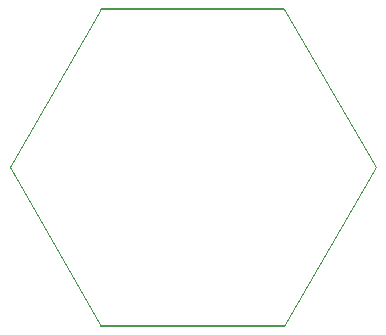
<source format=gm1>
G04 #@! TF.GenerationSoftware,KiCad,Pcbnew,7.0.8*
G04 #@! TF.CreationDate,2024-03-08T23:23:19+05:00*
G04 #@! TF.ProjectId,Ws2812 PCB,57733238-3132-4205-9043-422e6b696361,1*
G04 #@! TF.SameCoordinates,Original*
G04 #@! TF.FileFunction,Profile,NP*
%FSLAX46Y46*%
G04 Gerber Fmt 4.6, Leading zero omitted, Abs format (unit mm)*
G04 Created by KiCad (PCBNEW 7.0.8) date 2024-03-08 23:23:19*
%MOMM*%
%LPD*%
G01*
G04 APERTURE LIST*
G04 #@! TA.AperFunction,Profile*
%ADD10C,0.200000*%
G04 #@! TD*
G04 #@! TA.AperFunction,Profile*
%ADD11C,0.100000*%
G04 #@! TD*
G04 APERTURE END LIST*
D10*
X128809315Y-66324138D02*
X113309315Y-66324138D01*
D11*
X136559315Y-79747538D02*
X128809315Y-93170938D01*
X113309315Y-66324138D02*
X105559315Y-79747538D01*
X113309315Y-93170938D02*
X105559315Y-79747538D01*
D10*
X128809315Y-93170938D02*
X113309315Y-93170938D01*
D11*
X128809315Y-66324138D02*
X136559315Y-79747538D01*
M02*

</source>
